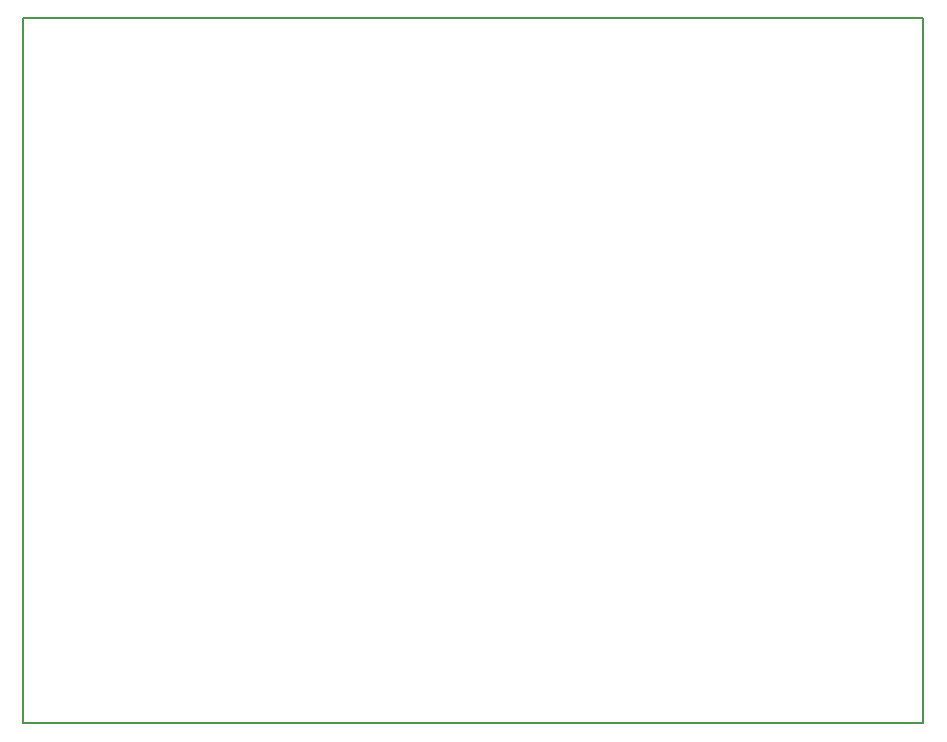
<source format=gm1>
G04 #@! TF.GenerationSoftware,KiCad,Pcbnew,5.0.2+dfsg1-1*
G04 #@! TF.CreationDate,2021-08-07T23:33:46+09:00*
G04 #@! TF.ProjectId,juice-plus,6a756963-652d-4706-9c75-732e6b696361,rev?*
G04 #@! TF.SameCoordinates,Original*
G04 #@! TF.FileFunction,Profile,NP*
%FSLAX46Y46*%
G04 Gerber Fmt 4.6, Leading zero omitted, Abs format (unit mm)*
G04 Created by KiCad (PCBNEW 5.0.2+dfsg1-1) date Sat 07 Aug 2021 11:33:46 PM JST*
%MOMM*%
%LPD*%
G01*
G04 APERTURE LIST*
%ADD10C,0.150000*%
G04 APERTURE END LIST*
D10*
X47625000Y-153035000D02*
X47625000Y-93345000D01*
X123825000Y-153035000D02*
X47625000Y-153035000D01*
X123825000Y-93345000D02*
X123825000Y-153035000D01*
X47625000Y-93345000D02*
X123825000Y-93345000D01*
M02*

</source>
